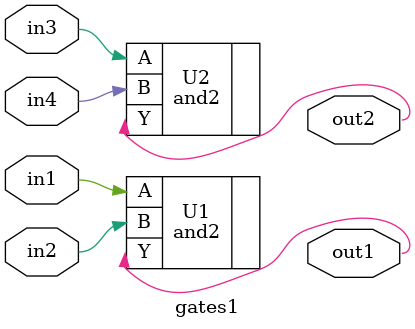
<source format=v>
module gates1 ( 
  input in1,
  input in2,
  input in3,
  input in4,
  output wire out1,
  output wire out2
  );
 
and2 U1 ( .A(in1), .B(in2), .Y(out1) );
and2 U2 ( .A(in3), .B(in4), .Y(out2) );
 
 
endmodule


</source>
